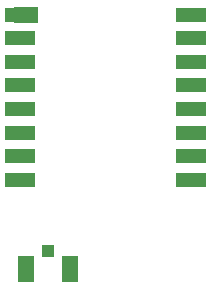
<source format=gtp>
%TF.GenerationSoftware,KiCad,Pcbnew,8.0.4*%
%TF.CreationDate,2024-08-28T09:49:03+09:00*%
%TF.ProjectId,powerfeather-lora-gps-reference,706f7765-7266-4656-9174-6865722d6c6f,rev?*%
%TF.SameCoordinates,Original*%
%TF.FileFunction,Paste,Top*%
%TF.FilePolarity,Positive*%
%FSLAX46Y46*%
G04 Gerber Fmt 4.6, Leading zero omitted, Abs format (unit mm)*
G04 Created by KiCad (PCBNEW 8.0.4) date 2024-08-28 09:49:03*
%MOMM*%
%LPD*%
G01*
G04 APERTURE LIST*
G04 Aperture macros list*
%AMFreePoly0*
4,1,17,1.497636,0.638536,1.499100,0.635000,1.499100,-0.635000,1.497636,-0.638536,1.494100,-0.640000,-0.041700,-0.640000,-0.045236,-0.638536,-0.046700,-0.635000,-0.046700,-0.600000,-1.250000,-0.600000,-1.250000,0.600000,-0.046700,0.600000,-0.046700,0.635000,-0.045236,0.638536,-0.041700,0.640000,1.494100,0.640000,1.497636,0.638536,1.497636,0.638536,$1*%
G04 Aperture macros list end*
%ADD10C,0.010000*%
%ADD11FreePoly0,0.000000*%
%ADD12R,2.500000X1.200000*%
%ADD13R,1.000000X1.000000*%
%ADD14R,1.440000X2.200000*%
%ADD15R,1.360000X2.200000*%
G04 APERTURE END LIST*
D10*
%TO.C,U2*%
X124972000Y-104565000D02*
X123436200Y-104565000D01*
X123436200Y-104430000D01*
X122710000Y-104430000D01*
X122710000Y-103430000D01*
X123436200Y-103430000D01*
X123436200Y-103295000D01*
X124972000Y-103295000D01*
X124972000Y-104565000D01*
G36*
X124972000Y-104565000D02*
G01*
X123436200Y-104565000D01*
X123436200Y-104430000D01*
X122710000Y-104430000D01*
X122710000Y-103430000D01*
X123436200Y-103430000D01*
X123436200Y-103295000D01*
X124972000Y-103295000D01*
X124972000Y-104565000D01*
G37*
%TD*%
D11*
%TO.C,U2*%
X123930000Y-103930000D03*
D12*
X123930000Y-105930000D03*
X123930000Y-107930000D03*
X123930000Y-109930000D03*
X123930000Y-111930000D03*
X123930000Y-113930000D03*
X123930000Y-115930000D03*
X123930000Y-117930000D03*
X138390000Y-117930000D03*
X138390000Y-115930000D03*
X138390000Y-113930000D03*
X138390000Y-111930000D03*
X138390000Y-109930000D03*
X138390000Y-107930000D03*
X138390000Y-105930000D03*
X138390000Y-103930000D03*
%TD*%
D13*
%TO.C,AE1*%
X126310000Y-123987500D03*
D14*
X128220000Y-125487500D03*
D15*
X124460000Y-125487500D03*
%TD*%
M02*

</source>
